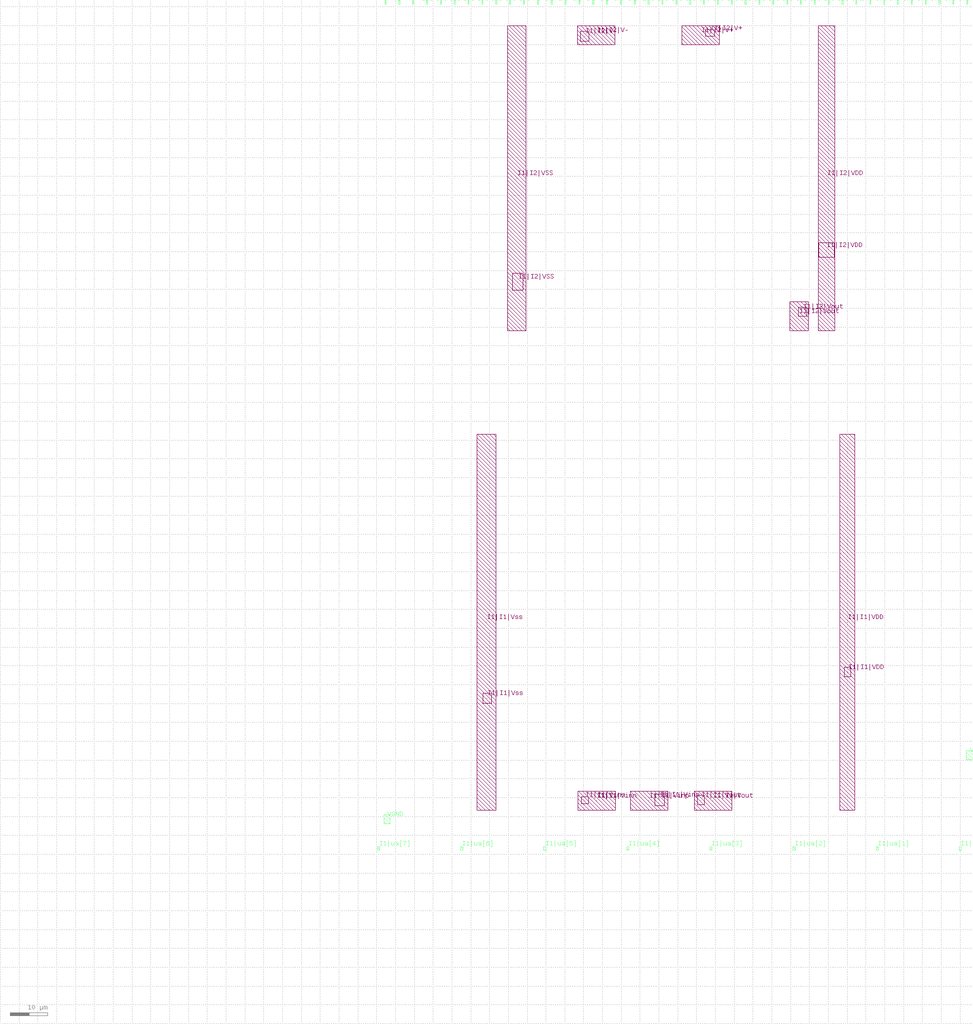
<source format=lef>
VERSION 5.8 ;
BUSBITCHARS "[]" ;
DIVIDERCHAR "/" ;


PROPERTYDEFINITIONS
  MACRO CatenaDesignType STRING ;
  LAYER LEF58_TYPE STRING ;
  LAYER LEF58_ENCLOSURE STRING ;
  LAYER LEF58_SPACING STRING ;
  LAYER LEF58_WIDTH STRING ;
END PROPERTYDEFINITIONS

UNITS
  DATABASE MICRONS 1000 ;
END UNITS
MANUFACTURINGGRID 0.005 ;
LAYER OVERLAP
  TYPE OVERLAP ;
END OVERLAP



LAYER pwell
  TYPE MASTERSLICE ;
  PROPERTY LEF58_TYPE "TYPE PWELL ;" ;
END pwell

LAYER nwell
  TYPE MASTERSLICE ;
  PROPERTY LEF58_TYPE "TYPE NWELL ;" ;
  PROPERTY LEF58_SPACING "SPACING 1.27 ;" ;
  PROPERTY LEF58_WIDTH "WIDTH 0.84 ;" ;
END nwell

LAYER dnwell
  TYPE MASTERSLICE ;
  PROPERTY LEF58_TYPE "TYPE PWELL ;" ;
  PROPERTY LEF58_ENCLOSURE "ENCLOSURE 0.4 LAYER nwell ;" ;
  PROPERTY LEF58_SPACING "SPACING 6.3 ;
  SPACING 4.5 LAYER nwell ;" ;
  PROPERTY LEF58_WIDTH "WIDTH 3 ;" ;
END dnwell

LAYER diff
  TYPE MASTERSLICE ;
  PROPERTY LEF58_TYPE "TYPE DIFFUSION ;" ;
  PROPERTY LEF58_SPACING "SPACING 0.27 ;" ;
  PROPERTY LEF58_WIDTH "WIDTH 0.15 ;" ;
END diff

LAYER nsdm
  TYPE IMPLANT ;
  WIDTH 0.38 ;
  SPACING 0.38 ;
  AREA 0.265 ;
END nsdm

LAYER psdm
  TYPE IMPLANT ;
  WIDTH 0.38 ;
  SPACING 0.38 ;
  AREA 0.255 ;
END psdm

LAYER poly
  TYPE MASTERSLICE ;
END poly

LAYER npc
  TYPE MASTERSLICE ;
  PROPERTY LEF58_TYPE "TYPE NWELL ;" ;
  PROPERTY LEF58_SPACING "SPACING 0.27 ;" ;
  PROPERTY LEF58_WIDTH "WIDTH 0.27 ;" ;
END npc

LAYER licon
  TYPE CUT ;
  SPACING 0.17 ;
  WIDTH 0.17 ;
  ENCLOSURE BELOW 0.08 0.05 ;
  ENCLOSURE ABOVE 0.08 0.05 ;
  ANTENNAMODEL OXIDE1 ;
END licon

LAYER li
  TYPE ROUTING ;
  DIRECTION HORIZONTAL ;
  WIDTH 0.13 ;
  SPACING 0.17 ;
  RESISTANCE RPERSQ 12.2 ;
  CAPACITANCE CPERSQDIST 3.69e-05 ;
  THICKNESS 0.1 ;
  EDGECAPACITANCE 3.26e-06 ;
  ANTENNAMODEL OXIDE1 ;
    ANTENNASIDEAREARATIO 75 ;
    ANTENNADIFFSIDEAREARATIO PWL ( ( 0 75 ) ( 0.0125 75 ) ( 0.0225 85.125 ) ( 22.5 10200 ) ) ;
END li

LAYER mcon
  TYPE CUT ;
  SPACING 0.19 ;
  WIDTH 0.17 ;
  ENCLOSURE ABOVE 0.06 0.03 ;
  ANTENNAMODEL OXIDE1 ;
    ANTENNAAREARATIO 3 ;
    ANTENNADIFFAREARATIO PWL ( ( 0 3 ) ( 0.0125 3 ) ( 0.0225 3.405 ) ( 22.5 408 ) ) ;
END mcon

LAYER met1
  TYPE ROUTING ;
  DIRECTION HORIZONTAL ;
  WIDTH 0.14 ;
  OFFSET 0.185 0.185 ;
  AREA 0.083 ;
  SPACING 0.14 ;
  SPACING 0.28 RANGE 3.005 10000 ;
  SPACING 0.28 RANGE 3.005 10000 INFLUENCE 0.28 ;
  MINENCLOSEDAREA 0.14 ;
  RESISTANCE RPERSQ 0.125 ;
  CAPACITANCE CPERSQDIST 2.58e-05 ;
  THICKNESS 0.35 ;
  EDGECAPACITANCE 1.79e-06 ;
  ANTENNAMODEL OXIDE1 ;
    ANTENNASIDEAREARATIO 400 ;
    ANTENNADIFFSIDEAREARATIO PWL ( ( 0 400 ) ( 0.0125 400 ) ( 0.0225 2609 ) ( 22.5 11600 ) ) ;
END met1

LAYER via1
  TYPE CUT ;
  SPACING 0.17 ;
  WIDTH 0.15 ;
  ENCLOSURE BELOW 0.085 0.055 ;
  ENCLOSURE ABOVE 0.085 0.055 ;
  ANTENNAMODEL OXIDE1 ;
    ANTENNAAREARATIO 6 ;
    ANTENNADIFFAREARATIO PWL ( ( 0 6 ) ( 0.0125 6 ) ( 0.0225 6.81 ) ( 22.5 816 ) ) ;
END via1

LAYER met2
  TYPE ROUTING ;
  DIRECTION HORIZONTAL ;
  WIDTH 0.14 ;
  OFFSET 0.185 0.185 ;
  AREA 0.0676 ;
  SPACING 0.14 ;
  SPACING 0.28 RANGE 3.005 10000 ;
  SPACING 0.28 RANGE 3.005 10000 INFLUENCE 0.28 ;
  MINENCLOSEDAREA 0.14 ;
  RESISTANCE RPERSQ 0.125 ;
  CAPACITANCE CPERSQDIST 1.75e-05 ;
  THICKNESS 0.35 ;
  EDGECAPACITANCE 1.22e-06 ;
  ANTENNAMODEL OXIDE1 ;
    ANTENNASIDEAREARATIO 400 ;
    ANTENNADIFFSIDEAREARATIO PWL ( ( 0 400 ) ( 0.0125 400 ) ( 0.0225 2609 ) ( 22.5 11600 ) ) ;
END met2

LAYER via2
  TYPE CUT ;
  SPACING 0.2 ;
  WIDTH 0.2 ;
  ENCLOSURE BELOW 0.085 0.055 ;
  ENCLOSURE ABOVE 0.085 0.065 ;
  ANTENNAMODEL OXIDE1 ;
    ANTENNAAREARATIO 6 ;
    ANTENNADIFFAREARATIO PWL ( ( 0 6 ) ( 0.0125 6 ) ( 0.0225 6.81 ) ( 22.5 816 ) ) ;
END via2

LAYER met3
  TYPE ROUTING ;
  DIRECTION HORIZONTAL ;
  WIDTH 0.3 ;
  OFFSET 0.305 0.305 ;
  AREA 0.24 ;
  SPACING 0.3 ;
  SPACING 0.4 RANGE 3.005 10000 ;
  SPACING 0.4 RANGE 3.005 10000 INFLUENCE 0.4 ;
  RESISTANCE RPERSQ 0.047 ;
  CAPACITANCE CPERSQDIST 1.26e-05 ;
  THICKNESS 0.8 ;
  EDGECAPACITANCE 1.86e-06 ;
  ANTENNAMODEL OXIDE1 ;
END met3

LAYER via3
  TYPE CUT ;
  SPACING 0.2 ;
  WIDTH 0.2 ;
  ENCLOSURE BELOW 0.06 0.09 ;
  ANTENNAMODEL OXIDE1 ;
    ANTENNAAREARATIO 6 ;
    ANTENNADIFFAREARATIO PWL ( ( 0 6 ) ( 0.0125 6 ) ( 0.0225 6.81 ) ( 22.5 816 ) ) ;
END via3

LAYER met4
  TYPE ROUTING ;
  DIRECTION HORIZONTAL ;
  WIDTH 0.3 ;
  OFFSET 0.305 0.305 ;
  AREA 0.24 ;
  SPACING 0.3 ;
  SPACING 0.4 RANGE 3.005 10000 ;
  SPACING 0.4 RANGE 3.005 10000 INFLUENCE 0.4 ;
  RESISTANCE RPERSQ 0.047 ;
  CAPACITANCE CPERSQDIST 8.67e-06 ;
  THICKNESS 0.8 ;
  EDGECAPACITANCE 1.29e-06 ;
  ANTENNAMODEL OXIDE1 ;
    ANTENNASIDEAREARATIO 400 ;
    ANTENNADIFFSIDEAREARATIO PWL ( ( 0 400 ) ( 0.0125 400 ) ( 0.0225 2609 ) ( 22.5 11600 ) ) ;
END met4

LAYER via4
  TYPE CUT ;
  SPACING 0.8 ;
  WIDTH 0.8 ;
  ANTENNAMODEL OXIDE1 ;
    ANTENNAAREARATIO 6 ;
    ANTENNADIFFAREARATIO PWL ( ( 0 6 ) ( 0.0125 6 ) ( 0.0225 6.81 ) ( 22.5 816 ) ) ;
END via4

LAYER met5
  TYPE ROUTING ;
  DIRECTION HORIZONTAL ;
  WIDTH 0.36 ;
  OFFSET 1.555 1.555 ;
  SPACING 0.36 ;
  RESISTANCE RPERSQ 0.0285 ;
  CAPACITANCE CPERSQDIST 6.48e-06 ;
  THICKNESS 1.2 ;
  EDGECAPACITANCE 4.96e-06 ;
  ANTENNAMODEL OXIDE1 ;
    ANTENNASIDEAREARATIO 400 ;
    ANTENNADIFFSIDEAREARATIO PWL ( ( 0 400 ) ( 0.0125 400 ) ( 0.0225 2609 ) ( 22.5 11600 ) ) ;
END met5

LAYER rdl
  TYPE ROUTING ;
  DIRECTION HORIZONTAL ;
  WIDTH 10 ;
  SPACING 10 ;
  RESISTANCE RPERSQ 0.005 ;
  CAPACITANCE CPERSQDIST 2.66e-06 ;
  THICKNESS 2 ;
  EDGECAPACITANCE 6.2e-06 ;
  ANTENNAMODEL OXIDE1 ;
END rdl

VIARULE M4M5 GENERATE DEFAULT
  LAYER met5 ;
    ENCLOSURE 0.31 0.31 ;
  LAYER met4 ;
    ENCLOSURE 0.19 0.19 ;
  LAYER via4 ;
    RECT -0.4 -0.4 0.4 0.4 ;
    SPACING 1.6 BY 1.6 ;
    RESISTANCE 0.380000 ;
END M4M5

VIARULE M3M4 GENERATE DEFAULT
  LAYER met4 ;
    ENCLOSURE 0.065 0.065 ;
  LAYER met3 ;
    ENCLOSURE 0.09 0.06 ;
  LAYER via3 ;
    RECT -0.1 -0.1 0.1 0.1 ;
    SPACING 0.4 BY 0.4 ;
    RESISTANCE 3.410000 ;
END M3M4

VIARULE M2M3 GENERATE DEFAULT
  LAYER met3 ;
    ENCLOSURE 0.065 0.065 ;
  LAYER met2 ;
    ENCLOSURE 0.085 0.065 ;
  LAYER via2 ;
    RECT -0.1 -0.1 0.1 0.1 ;
    SPACING 0.4 BY 0.4 ;
    RESISTANCE 3.410000 ;
END M2M3

VIARULE M1M2 GENERATE DEFAULT
  LAYER met2 ;
    ENCLOSURE 0.085 0.055 ;
  LAYER met1 ;
    ENCLOSURE 0.085 0.055 ;
  LAYER via1 ;
    RECT -0.075 -0.075 0.075 0.075 ;
    SPACING 0.32 BY 0.32 ;
    RESISTANCE 4.500000 ;
END M1M2

VIARULE L1M1 GENERATE
  LAYER met1 ;
    ENCLOSURE 0.06 0.03 ;
  LAYER li ;
    ENCLOSURE 0 0 ;
  LAYER mcon ;
    RECT -0.085 -0.085 0.085 0.085 ;
    SPACING 0.36 BY 0.36 ;
    RESISTANCE 9.300000 ;
END L1M1

VIARULE PYL1 GENERATE
  LAYER poly ;
    ENCLOSURE 0.08 0.05 ;
  LAYER li ;
    ENCLOSURE 0.08 0 ;
  LAYER licon ;
    RECT -0.085 -0.085 0.085 0.085 ;
    SPACING 0.34 BY 0.34 ;
    RESISTANCE 145.279999 ;
END PYL1

VIARULE DFL1 GENERATE
  LAYER li ;
    ENCLOSURE 0.08 0.08 ;
  LAYER diff ;
    ENCLOSURE 0.12 0.12 ;
  LAYER licon ;
    RECT -0.085 -0.085 0.085 0.085 ;
    SPACING 0.34 BY 0.34 ;
    RESISTANCE 600.000000 ;
END DFL1

VIARULE NPDF GENERATE
  LAYER li ;
    ENCLOSURE 0.08 0.08 ;
  LAYER diff ;
    ENCLOSURE 0.12 0.12 ;
  LAYER licon ;
    RECT -0.085 -0.085 0.085 0.085 ;
    SPACING 0.34 BY 0.34 ;
    RESISTANCE 600.000000 ;
END NPDF

VIARULE PPDF GENERATE
  LAYER li ;
    ENCLOSURE 0.08 0.08 ;
  LAYER diff ;
    ENCLOSURE 0.12 0.12 ;
  LAYER licon ;
    RECT -0.085 -0.085 0.085 0.085 ;
    SPACING 0.34 BY 0.34 ;
    RESISTANCE 600.000000 ;
END PPDF

VIARULE NTAP GENERATE
  LAYER li ;
    ENCLOSURE 0.08 0.08 ;
  LAYER diff ;
    ENCLOSURE 0.12 0.12 ;
  LAYER licon ;
    RECT -0.085 -0.085 0.085 0.085 ;
    SPACING 0.34 BY 0.34 ;
    RESISTANCE 600.000000 ;
END NTAP

VIARULE PTAP GENERATE
  LAYER li ;
    ENCLOSURE 0.08 0.08 ;
  LAYER diff ;
    ENCLOSURE 0.12 0.12 ;
  LAYER licon ;
    RECT -0.085 -0.085 0.085 0.085 ;
    SPACING 0.34 BY 0.34 ;
    RESISTANCE 600.000000 ;
END PTAP

VIA M1M2_0
  VIARULE M1M2 ;
  CUTSIZE 0.15 0.15 ;
  LAYERS met1 via1 met2 ;
  CUTSPACING 0.17 0.17 ;
  ENCLOSURE 0.085 0.055 0.085 0.055 ;
  ROWCOL 1 1 ;
END M1M2_0

VIA M1M2_1
  VIARULE M1M2 ;
  CUTSIZE 0.15 0.15 ;
  LAYERS met1 via1 met2 ;
  CUTSPACING 0.17 0.17 ;
  ENCLOSURE 0.105 0.105 0.19 0.17 ;
  ROWCOL 3 3 ;
END M1M2_1

VIA L1M1_2
  VIARULE L1M1 ;
  CUTSIZE 0.17 0.17 ;
  LAYERS li mcon met1 ;
  CUTSPACING 0.19 0.19 ;
  ENCLOSURE 0 0 0.06 0.03 ;
  ROWCOL 1 1 ;
END L1M1_2

VIA L1M1_3
  VIARULE L1M1 ;
  CUTSIZE 0.17 0.17 ;
  LAYERS li mcon met1 ;
  CUTSPACING 0.19 0.19 ;
  ENCLOSURE 0.235 0.055 0.235 0.055 ;
  ROWCOL 3 2 ;
END L1M1_3

VIA M2M3_4
  VIARULE M2M3 ;
  CUTSIZE 0.2 0.2 ;
  LAYERS met2 via2 met3 ;
  CUTSPACING 0.2 0.2 ;
  ENCLOSURE 0.085 0.065 0.065 0.065 ;
  ROWCOL 1 1 ;
END M2M3_4

VIA M2M3_5
  VIARULE M2M3 ;
  CUTSIZE 0.2 0.2 ;
  LAYERS met2 via2 met3 ;
  CUTSPACING 0.2 0.2 ;
  ENCLOSURE 0.085 0.065 0.085 0.065 ;
  ROWCOL 2 2 ;
END M2M3_5

VIA M1M2_6
  VIARULE M1M2 ;
  CUTSIZE 0.15 0.15 ;
  LAYERS met1 via1 met2 ;
  CUTSPACING 0.17 0.17 ;
  ENCLOSURE 0.085 0.055 0.085 0.055 ;
  ROWCOL 3 3 ;
END M1M2_6

VIA L1M1_7
  VIARULE L1M1 ;
  CUTSIZE 0.17 0.17 ;
  LAYERS li mcon met1 ;
  CUTSPACING 0.19 0.19 ;
  ENCLOSURE 0 0 0.235 0.205 ;
  ROWCOL 2 1 ;
END L1M1_7

VIA L1M1_8
  VIARULE L1M1 ;
  CUTSIZE 0.17 0.17 ;
  LAYERS li mcon met1 ;
  CUTSPACING 0.19 0.19 ;
  ENCLOSURE 0 0 0.06 0.03 ;
  ROWCOL 2 2 ;
END L1M1_8

VIA M1M2_9
  VIARULE M1M2 ;
  CUTSIZE 0.15 0.15 ;
  LAYERS met1 via1 met2 ;
  CUTSPACING 0.17 0.17 ;
  ENCLOSURE 0.085 0.055 0.085 0.055 ;
  ROWCOL 2 2 ;
END M1M2_9

VIA M1M2_10
  VIARULE M1M2 ;
  CUTSIZE 0.15 0.15 ;
  LAYERS met1 via1 met2 ;
  CUTSPACING 0.17 0.17 ;
  ENCLOSURE 0.085 0.055 0.15 0.13 ;
  ROWCOL 2 2 ;
END M1M2_10

VIA M3M4_11
  VIARULE M3M4 ;
  CUTSIZE 0.2 0.2 ;
  LAYERS met3 via3 met4 ;
  CUTSPACING 0.2 0.2 ;
  ENCLOSURE 0.09 0.06 0.065 0.065 ;
  ROWCOL 1 1 ;
END M3M4_11

VIA M3M4_12
  VIARULE M3M4 ;
  CUTSIZE 0.2 0.2 ;
  LAYERS met3 via3 met4 ;
  CUTSPACING 0.2 0.2 ;
  ENCLOSURE 0.09 0.06 0.065 0.065 ;
  ROWCOL 2 2 ;
END M3M4_12

VIA PYL1_13
  VIARULE PYL1 ;
  CUTSIZE 0.17 0.17 ;
  LAYERS poly licon li ;
  CUTSPACING 0.17 0.17 ;
  ENCLOSURE 0.08 0.05 0.08 0 ;
  ROWCOL 1 1 ;
END PYL1_13

VIA PYL1_14
  VIARULE PYL1 ;
  CUTSIZE 0.17 0.17 ;
  LAYERS poly licon li ;
  CUTSPACING 0.17 0.17 ;
  ENCLOSURE 0.08 0.05 0.08 0.05 ;
  ROWCOL 1 1 ;
END PYL1_14

VIA L1M1_15
  VIARULE L1M1 ;
  CUTSIZE 0.17 0.17 ;
  LAYERS li mcon met1 ;
  CUTSPACING 0.19 0.19 ;
  ENCLOSURE 0 0 0.06 0.03 ;
  ROWCOL 4 4 ;
END L1M1_15

VIA M2M3_16
  VIARULE M2M3 ;
  CUTSIZE 0.2 0.2 ;
  LAYERS met2 via2 met3 ;
  CUTSPACING 0.2 0.2 ;
  ENCLOSURE 0.085 0.065 0.085 0.065 ;
  ROWCOL 3 3 ;
END M2M3_16

VIA M1M2_17
  VIARULE M1M2 ;
  CUTSIZE 0.15 0.15 ;
  LAYERS met1 via1 met2 ;
  CUTSPACING 0.17 0.17 ;
  ENCLOSURE 0.085 0.055 0.085 0.065 ;
  ROWCOL 2 2 ;
END M1M2_17

VIA L1M1_18
  VIARULE L1M1 ;
  CUTSIZE 0.17 0.17 ;
  LAYERS li mcon met1 ;
  CUTSPACING 0.19 0.19 ;
  ENCLOSURE 0 0 0.06 0.03 ;
  ROWCOL 3 3 ;
END L1M1_18

VIA M1M2_19
  VIARULE M1M2 ;
  CUTSIZE 0.15 0.15 ;
  LAYERS met1 via1 met2 ;
  CUTSPACING 0.17 0.17 ;
  ENCLOSURE 0.085 0.065 0.15 0.13 ;
  ROWCOL 2 2 ;
END M1M2_19

VIA L1M1_20
  VIARULE L1M1 ;
  CUTSIZE 0.17 0.17 ;
  LAYERS li mcon met1 ;
  CUTSPACING 0.19 0.19 ;
  ENCLOSURE 0.215 0.035 0.235 0.035 ;
  ROWCOL 2 1 ;
END L1M1_20

VIA PYL1_21
  VIARULE PYL1 ;
  CUTSIZE 0.17 0.17 ;
  LAYERS poly licon li ;
  CUTSPACING 0.17 0.17 ;
  ENCLOSURE 0.08 0.05 0.08 0.05 ;
  ROWCOL 2 2 ;
END PYL1_21

VIA M3M4_22
  VIARULE M3M4 ;
  CUTSIZE 0.2 0.2 ;
  LAYERS met3 via3 met4 ;
  CUTSPACING 0.2 0.2 ;
  ENCLOSURE 0.09 0.06 0.065 0.065 ;
  ROWCOL 3 3 ;
END M3M4_22

VIA PYL1_23
  VIARULE PYL1 ;
  CUTSIZE 0.17 0.17 ;
  LAYERS poly licon li ;
  CUTSPACING 0.17 0.17 ;
  ENCLOSURE 0.215 0.215 0.215 0.215 ;
  ROWCOL 1 1 ;
END PYL1_23

VIA PYL1_24
  VIARULE PYL1 ;
  CUTSIZE 0.17 0.17 ;
  LAYERS poly licon li ;
  CUTSPACING 0.17 0.17 ;
  ENCLOSURE 0.18 0.18 0.18 0.18 ;
  ROWCOL 1 1 ;
END PYL1_24

MACRO tt_um_Burrows_Katie

  PIN VPWR
    DIRECTION INOUT ;
    USE SIGNAL ;
    PORT
      LAYER met4 ;
        RECT 256.605 70.055 258.49 72.54 ;
    END
  END VPWR
  PIN VGND
    DIRECTION INOUT ;
    USE SIGNAL ;
    PORT
      LAYER met4 ;
        RECT 101.915 53.05 103.545 55.51 ;
    END
  END VGND
  PIN I1|clk
    DIRECTION INPUT ;
    USE SIGNAL ;
    PORT
      LAYER met4 ;
        RECT 253.065 270.77 253.365 271.77 ;
    END
  END I1|clk
  PIN I1|ena
    DIRECTION INPUT ;
    USE SIGNAL ;
    PORT
      LAYER met4 ;
        RECT 256.745 270.77 257.045 271.77 ;
    END
  END I1|ena
  PIN I1|rst_n
    DIRECTION INPUT ;
    USE SIGNAL ;
    PORT
      LAYER met4 ;
        RECT 249.385 270.77 249.685 271.77 ;
    END
  END I1|rst_n
  PIN I1|uio_oe\[3\]
    DIRECTION OUTPUT ;
    USE SIGNAL ;
    PORT
      LAYER met4 ;
        RECT 116.905 270.77 117.205 271.77 ;
    END
  END I1|uio_oe\[3\]
  PIN I1|uio_out\[5\]
    DIRECTION OUTPUT ;
    USE SIGNAL ;
    PORT
      LAYER met4 ;
        RECT 138.985 270.77 139.285 271.77 ;
    END
  END I1|uio_out\[5\]
  PIN I1|uo_out\[7\]
    DIRECTION OUTPUT ;
    USE SIGNAL ;
    PORT
      LAYER met4 ;
        RECT 161.065 270.77 161.365 271.77 ;
    END
  END I1|uo_out\[7\]
  PIN I1|ua\[4\]
    DIRECTION INOUT ;
    USE SIGNAL ;
    PORT
      LAYER met4 ;
        RECT 166.435 46.01 167.035 47.01 ;
    END
  END I1|ua\[4\]
  PIN I1|ua\[5\]
    DIRECTION INOUT ;
    USE SIGNAL ;
    PORT
      LAYER met4 ;
        RECT 144.355 46.01 144.955 47.01 ;
    END
  END I1|ua\[5\]
  PIN I1|ua\[6\]
    DIRECTION INOUT ;
    USE SIGNAL ;
    PORT
      LAYER met4 ;
        RECT 122.275 46.01 122.875 47.01 ;
    END
  END I1|ua\[6\]
  PIN I1|I2|VSS
    DIRECTION INPUT ;
    USE GROUND ;
    PORT
      LAYER met1 ;
        RECT 136.065 194.75 138.935 199.28 ;
    END
    PORT
      LAYER met1 ;
        RECT 134.715 183.98 139.715 264.98 ;
    END
  END I1|I2|VSS
  PIN I1|ui_in\[0\]
    DIRECTION INPUT ;
    USE SIGNAL ;
    PORT
      LAYER met4 ;
        RECT 245.705 270.77 246.005 271.77 ;
    END
  END I1|ui_in\[0\]
  PIN I1|ui_in\[1\]
    DIRECTION INPUT ;
    USE SIGNAL ;
    PORT
      LAYER met4 ;
        RECT 242.025 270.77 242.325 271.77 ;
    END
  END I1|ui_in\[1\]
  PIN I1|ui_in\[2\]
    DIRECTION INPUT ;
    USE SIGNAL ;
    PORT
      LAYER met4 ;
        RECT 238.345 270.77 238.645 271.77 ;
    END
  END I1|ui_in\[2\]
  PIN I1|ui_in\[3\]
    DIRECTION INPUT ;
    USE SIGNAL ;
    PORT
      LAYER met4 ;
        RECT 234.665 270.77 234.965 271.77 ;
    END
  END I1|ui_in\[3\]
  PIN I1|ui_in\[4\]
    DIRECTION INPUT ;
    USE SIGNAL ;
    PORT
      LAYER met4 ;
        RECT 230.985 270.77 231.285 271.77 ;
    END
  END I1|ui_in\[4\]
  PIN I1|ui_in\[5\]
    DIRECTION INPUT ;
    USE SIGNAL ;
    PORT
      LAYER met4 ;
        RECT 227.305 270.77 227.605 271.77 ;
    END
  END I1|ui_in\[5\]
  PIN I1|ui_in\[6\]
    DIRECTION INPUT ;
    USE SIGNAL ;
    PORT
      LAYER met4 ;
        RECT 223.625 270.77 223.925 271.77 ;
    END
  END I1|ui_in\[6\]
  PIN I1|ui_in\[7\]
    DIRECTION INPUT ;
    USE SIGNAL ;
    PORT
      LAYER met4 ;
        RECT 219.945 270.77 220.245 271.77 ;
    END
  END I1|ui_in\[7\]
  PIN I1|uio_in\[0\]
    DIRECTION INPUT ;
    USE SIGNAL ;
    PORT
      LAYER met4 ;
        RECT 216.265 270.77 216.565 271.77 ;
    END
  END I1|uio_in\[0\]
  PIN I1|uio_in\[1\]
    DIRECTION INPUT ;
    USE SIGNAL ;
    PORT
      LAYER met4 ;
        RECT 212.585 270.77 212.885 271.77 ;
    END
  END I1|uio_in\[1\]
  PIN I1|uio_in\[2\]
    DIRECTION INPUT ;
    USE SIGNAL ;
    PORT
      LAYER met4 ;
        RECT 208.905 270.77 209.205 271.77 ;
    END
  END I1|uio_in\[2\]
  PIN I1|uio_in\[3\]
    DIRECTION INPUT ;
    USE SIGNAL ;
    PORT
      LAYER met4 ;
        RECT 205.225 270.77 205.525 271.77 ;
    END
  END I1|uio_in\[3\]
  PIN I1|uio_in\[4\]
    DIRECTION INPUT ;
    USE SIGNAL ;
    PORT
      LAYER met4 ;
        RECT 201.545 270.77 201.845 271.77 ;
    END
  END I1|uio_in\[4\]
  PIN I1|uio_in\[5\]
    DIRECTION INPUT ;
    USE SIGNAL ;
    PORT
      LAYER met4 ;
        RECT 197.865 270.77 198.165 271.77 ;
    END
  END I1|uio_in\[5\]
  PIN I1|uio_in\[6\]
    DIRECTION INPUT ;
    USE SIGNAL ;
    PORT
      LAYER met4 ;
        RECT 194.185 270.77 194.485 271.77 ;
    END
  END I1|uio_in\[6\]
  PIN I1|uio_in\[7\]
    DIRECTION INPUT ;
    USE SIGNAL ;
    PORT
      LAYER met4 ;
        RECT 190.505 270.77 190.805 271.77 ;
    END
  END I1|uio_in\[7\]
  PIN I1|uio_oe\[0\]
    DIRECTION OUTPUT ;
    USE SIGNAL ;
    PORT
      LAYER met4 ;
        RECT 127.945 270.77 128.245 271.77 ;
    END
  END I1|uio_oe\[0\]
  PIN I1|uio_oe\[1\]
    DIRECTION OUTPUT ;
    USE SIGNAL ;
    PORT
      LAYER met4 ;
        RECT 124.265 270.77 124.565 271.77 ;
    END
  END I1|uio_oe\[1\]
  PIN I1|uio_oe\[2\]
    DIRECTION OUTPUT ;
    USE SIGNAL ;
    PORT
      LAYER met4 ;
        RECT 120.585 270.77 120.885 271.77 ;
    END
  END I1|uio_oe\[2\]
  PIN I1|ua\[0\]
    DIRECTION INOUT ;
    USE SIGNAL ;
    PORT
      LAYER met4 ;
        RECT 254.755 46.01 255.355 47.01 ;
    END
  END I1|ua\[0\]
  PIN I1|uio_oe\[4\]
    DIRECTION OUTPUT ;
    USE SIGNAL ;
    PORT
      LAYER met4 ;
        RECT 113.225 270.77 113.525 271.77 ;
    END
  END I1|uio_oe\[4\]
  PIN I1|uio_oe\[5\]
    DIRECTION OUTPUT ;
    USE SIGNAL ;
    PORT
      LAYER met4 ;
        RECT 109.545 270.77 109.845 271.77 ;
    END
  END I1|uio_oe\[5\]
  PIN I1|uio_oe\[6\]
    DIRECTION OUTPUT ;
    USE SIGNAL ;
    PORT
      LAYER met4 ;
        RECT 105.865 270.77 106.165 271.77 ;
    END
  END I1|uio_oe\[6\]
  PIN I1|uio_oe\[7\]
    DIRECTION OUTPUT ;
    USE SIGNAL ;
    PORT
      LAYER met4 ;
        RECT 102.185 270.77 102.485 271.77 ;
    END
  END I1|uio_oe\[7\]
  PIN I1|uio_out\[0\]
    DIRECTION OUTPUT ;
    USE SIGNAL ;
    PORT
      LAYER met4 ;
        RECT 157.385 270.77 157.685 271.77 ;
    END
  END I1|uio_out\[0\]
  PIN I1|uio_out\[1\]
    DIRECTION OUTPUT ;
    USE SIGNAL ;
    PORT
      LAYER met4 ;
        RECT 153.705 270.77 154.005 271.77 ;
    END
  END I1|uio_out\[1\]
  PIN I1|uio_out\[2\]
    DIRECTION OUTPUT ;
    USE SIGNAL ;
    PORT
      LAYER met4 ;
        RECT 150.025 270.77 150.325 271.77 ;
    END
  END I1|uio_out\[2\]
  PIN I1|uio_out\[3\]
    DIRECTION OUTPUT ;
    USE SIGNAL ;
    PORT
      LAYER met4 ;
        RECT 146.345 270.77 146.645 271.77 ;
    END
  END I1|uio_out\[3\]
  PIN I1|uio_out\[4\]
    DIRECTION OUTPUT ;
    USE SIGNAL ;
    PORT
      LAYER met4 ;
        RECT 142.665 270.77 142.965 271.77 ;
    END
  END I1|uio_out\[4\]
  PIN I1|ua\[1\]
    DIRECTION INOUT ;
    USE SIGNAL ;
    PORT
      LAYER met4 ;
        RECT 232.675 46.01 233.275 47.01 ;
    END
  END I1|ua\[1\]
  PIN I1|uio_out\[6\]
    DIRECTION OUTPUT ;
    USE SIGNAL ;
    PORT
      LAYER met4 ;
        RECT 135.305 270.77 135.605 271.77 ;
    END
  END I1|uio_out\[6\]
  PIN I1|uio_out\[7\]
    DIRECTION OUTPUT ;
    USE SIGNAL ;
    PORT
      LAYER met4 ;
        RECT 131.625 270.77 131.925 271.77 ;
    END
  END I1|uio_out\[7\]
  PIN I1|uo_out\[0\]
    DIRECTION OUTPUT ;
    USE SIGNAL ;
    PORT
      LAYER met4 ;
        RECT 186.825 270.77 187.125 271.77 ;
    END
  END I1|uo_out\[0\]
  PIN I1|uo_out\[1\]
    DIRECTION OUTPUT ;
    USE SIGNAL ;
    PORT
      LAYER met4 ;
        RECT 183.145 270.77 183.445 271.77 ;
    END
  END I1|uo_out\[1\]
  PIN I1|uo_out\[2\]
    DIRECTION OUTPUT ;
    USE SIGNAL ;
    PORT
      LAYER met4 ;
        RECT 179.465 270.77 179.765 271.77 ;
    END
  END I1|uo_out\[2\]
  PIN I1|uo_out\[3\]
    DIRECTION OUTPUT ;
    USE SIGNAL ;
    PORT
      LAYER met4 ;
        RECT 175.785 270.77 176.085 271.77 ;
    END
  END I1|uo_out\[3\]
  PIN I1|uo_out\[4\]
    DIRECTION OUTPUT ;
    USE SIGNAL ;
    PORT
      LAYER met4 ;
        RECT 172.105 270.77 172.405 271.77 ;
    END
  END I1|uo_out\[4\]
  PIN I1|uo_out\[5\]
    DIRECTION OUTPUT ;
    USE SIGNAL ;
    PORT
      LAYER met4 ;
        RECT 168.425 270.77 168.725 271.77 ;
    END
  END I1|uo_out\[5\]
  PIN I1|uo_out\[6\]
    DIRECTION OUTPUT ;
    USE SIGNAL ;
    PORT
      LAYER met4 ;
        RECT 164.745 270.77 165.045 271.77 ;
    END
  END I1|uo_out\[6\]
  PIN I1|ua\[2\]
    DIRECTION INOUT ;
    USE SIGNAL ;
    PORT
      LAYER met4 ;
        RECT 210.595 46.01 211.195 47.01 ;
    END
  END I1|ua\[2\]
  PIN I1|ua\[3\]
    DIRECTION INOUT ;
    USE SIGNAL ;
    PORT
      LAYER met4 ;
        RECT 188.515 46.01 189.115 47.01 ;
    END
  END I1|ua\[3\]
  PIN I1|ua\[7\]
    DIRECTION INOUT ;
    USE SIGNAL ;
    PORT
      LAYER met4 ;
        RECT 100.195 46.01 100.795 47.01 ;
    END
  END I1|ua\[7\]
  PIN I1|I2|VDD
    DIRECTION INPUT ;
    USE POWER ;
    PORT
      LAYER met1 ;
        RECT 217.46 203.505 221.535 207.355 ;
    END
    PORT
      LAYER met1 ;
        RECT 217.335 183.98 221.715 264.98 ;
    END
  END I1|I2|VDD
  PIN I1|I2|Vout
    DIRECTION OUTPUT ;
    USE SIGNAL ;
    PORT
      LAYER met1 ;
        RECT 212 187.91 214.34 190.29 ;
    END
    PORT
      LAYER met1 ;
        RECT 209.715 183.98 214.715 191.725 ;
    END
  END I1|I2|Vout
  PIN I1|I2|V+
    DIRECTION INPUT ;
    USE SIGNAL ;
    PORT
      LAYER met1 ;
        RECT 187.265 262.165 189.755 263.975 ;
    END
    PORT
      LAYER met1 ;
        RECT 181.075 259.955 191.075 264.98 ;
    END
  END I1|I2|V+
  PIN I1|I2|V-
    DIRECTION INPUT ;
    USE SIGNAL ;
    PORT
      LAYER met1 ;
        RECT 154.2 260.885 156.385 263.525 ;
    END
    PORT
      LAYER met1 ;
        RECT 153.335 259.98 163.335 264.98 ;
    END
  END I1|I2|V-
  PIN I1|I1|VDD
    DIRECTION INPUT ;
    USE POWER ;
    PORT
      LAYER met1 ;
        RECT 224.29 92.13 225.935 94.655 ;
    END
    PORT
      LAYER met1 ;
        RECT 223.085 56.74 226.975 156.525 ;
    END
  END I1|I1|VDD
  PIN I1|I1|Vss
    DIRECTION INPUT ;
    USE GROUND ;
    PORT
      LAYER met1 ;
        RECT 128.275 85.08 130.45 87.725 ;
    END
    PORT
      LAYER met1 ;
        RECT 126.72 56.74 131.72 156.525 ;
    END
  END I1|I1|Vss
  PIN I1|I1|Vout
    DIRECTION OUTPUT ;
    USE SIGNAL ;
    PORT
      LAYER met1 ;
        RECT 185.15 58.15 187.03 60.62 ;
    END
    PORT
      LAYER met1 ;
        RECT 184.355 56.745 194.355 61.745 ;
    END
  END I1|I1|Vout
  PIN I1|I1|Vinp
    DIRECTION INPUT ;
    USE SIGNAL ;
    PORT
      LAYER met1 ;
        RECT 173.915 57.93 176.43 60.93 ;
    END
    PORT
      LAYER met1 ;
        RECT 167.39 56.74 177.39 61.74 ;
    END
  END I1|I1|Vinp
  PIN I1|I1|Vinn
    DIRECTION INPUT ;
    USE SIGNAL ;
    PORT
      LAYER met1 ;
        RECT 154.465 58.385 156.315 60.295 ;
    END
    PORT
      LAYER met1 ;
        RECT 153.45 56.74 163.45 61.74 ;
    END
  END I1|I1|Vinn
  PROPERTY CatenaDesignType "chipAssembly" ;
END tt_um_Burrows_Katie

END LIBRARY

</source>
